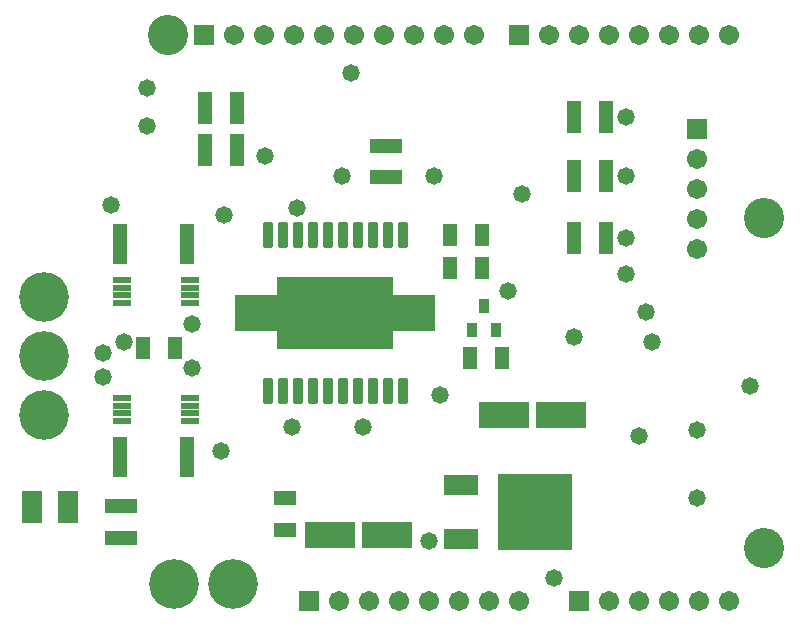
<source format=gts>
G04*
G04 #@! TF.GenerationSoftware,Altium Limited,Altium Designer,18.0.7 (293)*
G04*
G04 Layer_Color=8388736*
%FSLAX25Y25*%
%MOIN*%
G70*
G01*
G75*
%ADD25R,0.05131X0.13792*%
%ADD26R,0.11036X0.05131*%
%ADD27R,0.05131X0.11036*%
%ADD28R,0.16548X0.12217*%
%ADD29R,0.38595X0.24422*%
G04:AMPARAMS|DCode=30|XSize=86.35mil|YSize=32.8mil|CornerRadius=5.98mil|HoleSize=0mil|Usage=FLASHONLY|Rotation=90.000|XOffset=0mil|YOffset=0mil|HoleType=Round|Shape=RoundedRectangle|*
%AMROUNDEDRECTD30*
21,1,0.08635,0.02084,0,0,90.0*
21,1,0.07438,0.03280,0,0,90.0*
1,1,0.01197,0.01042,0.03719*
1,1,0.01197,0.01042,-0.03719*
1,1,0.01197,-0.01042,-0.03719*
1,1,0.01197,-0.01042,0.03719*
%
%ADD30ROUNDEDRECTD30*%
%ADD31R,0.11824X0.06706*%
%ADD32R,0.24816X0.25603*%
%ADD33R,0.06299X0.01968*%
%ADD34R,0.06706X0.11036*%
%ADD35R,0.05131X0.07493*%
%ADD36R,0.16548X0.08674*%
%ADD37R,0.07493X0.05131*%
%ADD38R,0.03556X0.04737*%
%ADD39C,0.16548*%
%ADD40C,0.06706*%
%ADD41R,0.06706X0.06706*%
%ADD42R,0.06706X0.06706*%
%ADD43C,0.13398*%
%ADD44C,0.05800*%
D25*
X65354Y128937D02*
D03*
X42913D02*
D03*
X65354Y58071D02*
D03*
X42913D02*
D03*
D26*
X131890Y161811D02*
D03*
Y151181D02*
D03*
X43307Y41732D02*
D03*
Y31102D02*
D03*
D27*
X82087Y160433D02*
D03*
X71457D02*
D03*
X82087Y174213D02*
D03*
X71457D02*
D03*
X194488Y130905D02*
D03*
X205118D02*
D03*
X194488Y151575D02*
D03*
X205118D02*
D03*
X194488Y171260D02*
D03*
X205118D02*
D03*
D28*
X139882Y105866D02*
D03*
X89685D02*
D03*
D29*
X114783D02*
D03*
D30*
X92283Y131890D02*
D03*
X97283D02*
D03*
X102283D02*
D03*
X107283D02*
D03*
X112283D02*
D03*
X117283D02*
D03*
X122283D02*
D03*
X127283D02*
D03*
X132283D02*
D03*
X137283D02*
D03*
Y79843D02*
D03*
X132283D02*
D03*
X127283D02*
D03*
X122283D02*
D03*
X117283D02*
D03*
X112283D02*
D03*
X107283D02*
D03*
X102283D02*
D03*
X97283D02*
D03*
X92283D02*
D03*
D31*
X156791Y48622D02*
D03*
Y30622D02*
D03*
D32*
X181398Y39567D02*
D03*
D33*
X43701Y117028D02*
D03*
Y114469D02*
D03*
X66535Y117028D02*
D03*
Y114469D02*
D03*
X43701Y111909D02*
D03*
Y109350D02*
D03*
X66535Y111909D02*
D03*
Y109350D02*
D03*
X43701Y77658D02*
D03*
Y75098D02*
D03*
X66535Y77658D02*
D03*
Y75098D02*
D03*
X43701Y72539D02*
D03*
Y69980D02*
D03*
X66535Y72539D02*
D03*
Y69980D02*
D03*
D34*
X13780Y41339D02*
D03*
X25591D02*
D03*
D35*
X61417Y94488D02*
D03*
X50787D02*
D03*
X170315Y91000D02*
D03*
X159685D02*
D03*
X163779Y131890D02*
D03*
X153150D02*
D03*
X163779Y121063D02*
D03*
X153150D02*
D03*
D36*
X113102Y32000D02*
D03*
X132000D02*
D03*
X189898Y72000D02*
D03*
X171000D02*
D03*
D37*
X98000Y33685D02*
D03*
Y44315D02*
D03*
D38*
X164433Y108331D02*
D03*
X160496Y100457D02*
D03*
X168370D02*
D03*
D39*
X80709Y15748D02*
D03*
X61024D02*
D03*
X17717Y111221D02*
D03*
Y91535D02*
D03*
Y71850D02*
D03*
D40*
X235236Y127480D02*
D03*
Y137480D02*
D03*
Y147480D02*
D03*
Y157480D02*
D03*
X115984Y10000D02*
D03*
X125984D02*
D03*
X135984D02*
D03*
X145984D02*
D03*
X155984D02*
D03*
X165984D02*
D03*
X175984D02*
D03*
X206063D02*
D03*
X216063D02*
D03*
X226063D02*
D03*
X236063D02*
D03*
X246063D02*
D03*
X91063Y198819D02*
D03*
X161063D02*
D03*
X151063D02*
D03*
X141063D02*
D03*
X131063D02*
D03*
X121063D02*
D03*
X111063D02*
D03*
X101063D02*
D03*
X81063D02*
D03*
X186063D02*
D03*
X196063D02*
D03*
X206063D02*
D03*
X216063D02*
D03*
X226063D02*
D03*
X236063D02*
D03*
X246063D02*
D03*
D41*
X235236Y167480D02*
D03*
D42*
X105984Y10000D02*
D03*
X196063D02*
D03*
X71063Y198819D02*
D03*
X176063D02*
D03*
D43*
X257874Y137795D02*
D03*
Y27559D02*
D03*
X59055Y198819D02*
D03*
D44*
X187598Y17618D02*
D03*
X40000Y142000D02*
D03*
X146000Y30059D02*
D03*
X194323Y98000D02*
D03*
X102000Y141000D02*
D03*
X66929Y102362D02*
D03*
X44291Y96457D02*
D03*
X149606Y78740D02*
D03*
X216000Y65000D02*
D03*
X91535Y158465D02*
D03*
X77756Y138779D02*
D03*
X37402Y92520D02*
D03*
X177165Y145669D02*
D03*
X67175Y87598D02*
D03*
X76772Y60073D02*
D03*
X52165Y168307D02*
D03*
Y181102D02*
D03*
X172244Y113189D02*
D03*
X117126Y151575D02*
D03*
X235236Y66929D02*
D03*
X220472Y96457D02*
D03*
X120079Y186024D02*
D03*
X235236Y44291D02*
D03*
X218504Y106299D02*
D03*
X252953Y81693D02*
D03*
X211614Y119095D02*
D03*
X124016Y67913D02*
D03*
X100394D02*
D03*
X37402Y84646D02*
D03*
X147638Y151575D02*
D03*
X211614Y130905D02*
D03*
Y151575D02*
D03*
Y171260D02*
D03*
M02*

</source>
